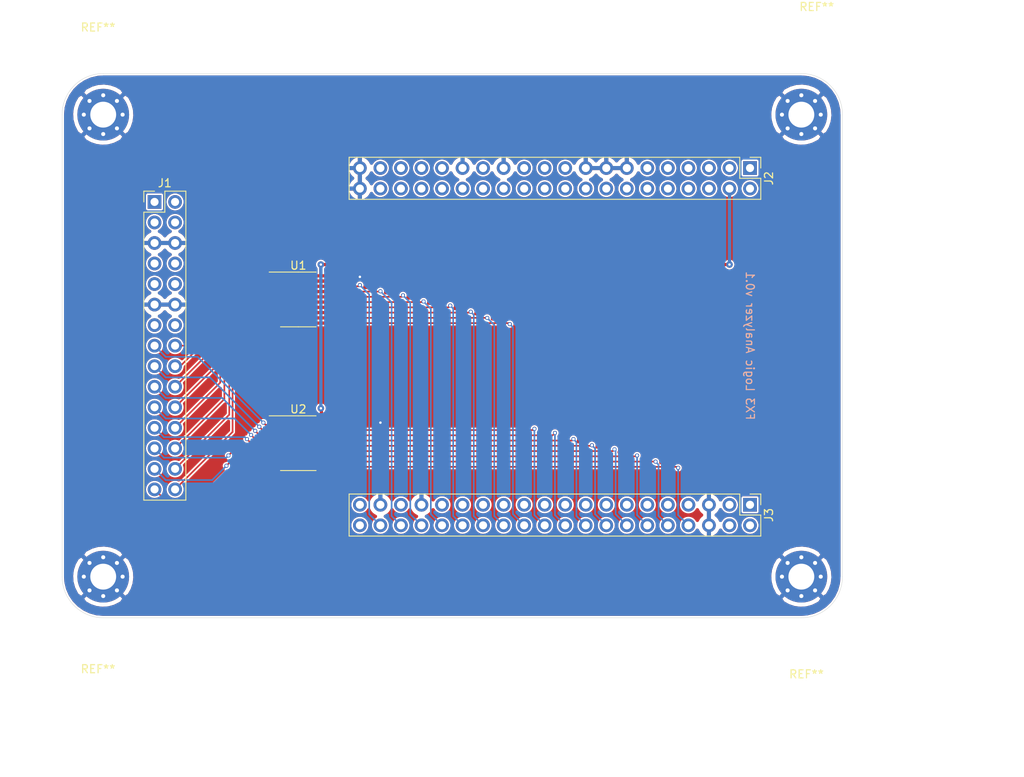
<source format=kicad_pcb>
(kicad_pcb (version 20171130) (host pcbnew 5.1.9)
  (layers (0 F.Cu signal) (31 B.Cu signal) (34 B.Paste user) (35 F.Paste user) (36 B.SilkS user) (37 F.SilkS user) (38 B.Mask user) (39 F.Mask user) (44 Edge.Cuts user))
  (net 0 "")
  (net 1 GND)
  (net 2 /D8)
  (net 3 /D0)
  (net 4 /D9)
  (net 5 /D1)
  (net 6 /D10)
  (net 7 /D2)
  (net 8 /D11)
  (net 9 /D3)
  (net 10 /D12)
  (net 11 /D4)
  (net 12 /D13)
  (net 13 /D5)
  (net 14 /D14)
  (net 15 /D6)
  (net 16 /D15)
  (net 17 /D7)
  (net 18 VCC)
  (net 19 /FX3_D0)
  (net 20 /FX3_D1)
  (net 21 /FX3_D2)
  (net 22 /FX3_D3)
  (net 23 /FX3_D4)
  (net 24 /FX3_D5)
  (net 25 /FX3_D6)
  (net 26 /FX3_D7)
  (net 27 /FX3_D8)
  (net 28 /FX3_D9)
  (net 29 /FX3_D10)
  (net 30 /FX3_D11)
  (net 31 /FX3_D12)
  (net 32 /FX3_D13)
  (net 33 /FX3_D14)
  (net 34 /FX3_D15)
  (module MountingHole:MountingHole_3.2mm_M3_Pad_Via (layer F.Cu) (at 166.37 101.6)
    (fp_text reference REF** (at 0.635 12.065) (layer F.SilkS))
    (fp_text value MountingHole_3.2mm_M3_Pad_Via)
    (pad 1 thru_hole circle (at 0 0) (size 6.4 6.4) (drill 3.200001) (layers *.Cu *.Mask) (net 1 GND))
    (pad 1 thru_hole circle (at 2.4 0) (size 0.8 0.8) (drill 0.5) (layers *.Cu *.Mask))
    (pad 1 thru_hole circle (at 1.697056 1.697056) (size 0.8 0.8) (drill 0.5) (layers *.Cu *.Mask))
    (pad 1 thru_hole circle (at 0 2.4) (size 0.8 0.8) (drill 0.5) (layers *.Cu *.Mask))
    (pad 1 thru_hole circle (at -1.697056 1.697056) (size 0.8 0.8) (drill 0.5) (layers *.Cu *.Mask))
    (pad 1 thru_hole circle (at -2.4 0) (size 0.8 0.8) (drill 0.5) (layers *.Cu *.Mask))
    (pad 1 thru_hole circle (at -1.697056 -1.697056) (size 0.8 0.8) (drill 0.5) (layers *.Cu *.Mask))
    (pad 1 thru_hole circle (at 0 -2.4) (size 0.8 0.8) (drill 0.5) (layers *.Cu *.Mask))
    (pad 1 thru_hole circle (at 1.697056 -1.697056) (size 0.8 0.8) (drill 0.5) (layers *.Cu *.Mask))
  )
  (module MountingHole:MountingHole_3.2mm_M3_Pad_Via (layer F.Cu) (at 80.01 101.6)
    (fp_text reference REF** (at -0.635 11.43) (layer F.SilkS))
    (fp_text value MountingHole_3.2mm_M3_Pad_Via)
    (pad 1 thru_hole circle (at 0 0) (size 6.4 6.4) (drill 3.200001) (layers *.Cu *.Mask) (net 1 GND))
    (pad 1 thru_hole circle (at 2.4 0) (size 0.8 0.8) (drill 0.5) (layers *.Cu *.Mask))
    (pad 1 thru_hole circle (at 1.697056 1.697056) (size 0.8 0.8) (drill 0.5) (layers *.Cu *.Mask))
    (pad 1 thru_hole circle (at 0 2.4) (size 0.8 0.8) (drill 0.5) (layers *.Cu *.Mask))
    (pad 1 thru_hole circle (at -1.697056 1.697056) (size 0.8 0.8) (drill 0.5) (layers *.Cu *.Mask))
    (pad 1 thru_hole circle (at -2.4 0) (size 0.8 0.8) (drill 0.5) (layers *.Cu *.Mask))
    (pad 1 thru_hole circle (at -1.697056 -1.697056) (size 0.8 0.8) (drill 0.5) (layers *.Cu *.Mask))
    (pad 1 thru_hole circle (at 0 -2.4) (size 0.8 0.8) (drill 0.5) (layers *.Cu *.Mask))
    (pad 1 thru_hole circle (at 1.697056 -1.697056) (size 0.8 0.8) (drill 0.5) (layers *.Cu *.Mask))
  )
  (module MountingHole:MountingHole_3.2mm_M3_Pad_Via (layer F.Cu) (at 80.01 44.45)
    (fp_text reference REF** (at -0.635 -10.795) (layer F.SilkS))
    (fp_text value MountingHole_3.2mm_M3_Pad_Via)
    (pad 1 thru_hole circle (at 1.697056 -1.697056) (size 0.8 0.8) (drill 0.5) (layers *.Cu *.Mask))
    (pad 1 thru_hole circle (at 0 -2.4) (size 0.8 0.8) (drill 0.5) (layers *.Cu *.Mask))
    (pad 1 thru_hole circle (at -1.697056 -1.697056) (size 0.8 0.8) (drill 0.5) (layers *.Cu *.Mask))
    (pad 1 thru_hole circle (at -2.4 0) (size 0.8 0.8) (drill 0.5) (layers *.Cu *.Mask))
    (pad 1 thru_hole circle (at -1.697056 1.697056) (size 0.8 0.8) (drill 0.5) (layers *.Cu *.Mask))
    (pad 1 thru_hole circle (at 0 2.4) (size 0.8 0.8) (drill 0.5) (layers *.Cu *.Mask))
    (pad 1 thru_hole circle (at 1.697056 1.697056) (size 0.8 0.8) (drill 0.5) (layers *.Cu *.Mask))
    (pad 1 thru_hole circle (at 2.4 0) (size 0.8 0.8) (drill 0.5) (layers *.Cu *.Mask))
    (pad 1 thru_hole circle (at 0 0) (size 6.4 6.4) (drill 3.200001) (layers *.Cu *.Mask) (net 1 GND))
  )
  (module MountingHole:MountingHole_3.2mm_M3_Pad_Via (layer F.Cu) (at 166.37 44.45)
    (fp_text reference REF** (at 1.905 -13.335) (layer F.SilkS))
    (fp_text value MountingHole_3.2mm_M3_Pad_Via)
    (pad 1 thru_hole circle (at 0 0) (size 6.4 6.4) (drill 3.200001) (layers *.Cu *.Mask) (net 1 GND))
    (pad 1 thru_hole circle (at 2.4 0) (size 0.8 0.8) (drill 0.5) (layers *.Cu *.Mask))
    (pad 1 thru_hole circle (at 1.697056 1.697056) (size 0.8 0.8) (drill 0.5) (layers *.Cu *.Mask))
    (pad 1 thru_hole circle (at 0 2.4) (size 0.8 0.8) (drill 0.5) (layers *.Cu *.Mask))
    (pad 1 thru_hole circle (at -1.697056 1.697056) (size 0.8 0.8) (drill 0.5) (layers *.Cu *.Mask))
    (pad 1 thru_hole circle (at -2.4 0) (size 0.8 0.8) (drill 0.5) (layers *.Cu *.Mask))
    (pad 1 thru_hole circle (at -1.697056 -1.697056) (size 0.8 0.8) (drill 0.5) (layers *.Cu *.Mask))
    (pad 1 thru_hole circle (at 0 -2.4) (size 0.8 0.8) (drill 0.5) (layers *.Cu *.Mask))
    (pad 1 thru_hole circle (at 1.697056 -1.697056) (size 0.8 0.8) (drill 0.5) (layers *.Cu *.Mask))
  )
  (module Connector_PinHeader_2.54mm:PinHeader_2x15_P2.54mm_Vertical (layer F.Cu) (at 86.36 55.245)
    (fp_text reference J1 (at 1.27 -2.33) (layer F.SilkS))
    (fp_text value Conn_02x15_Odd_Even)
    (fp_line (start -1.33 36.89) (end 3.87 36.89) (layer F.SilkS) (width 0.12))
    (fp_line (start -1.33 1.27) (end -1.33 36.89) (layer F.SilkS) (width 0.12))
    (fp_line (start 3.87 -1.33) (end 3.87 36.89) (layer F.SilkS) (width 0.12))
    (fp_line (start -1.33 1.27) (end 1.27 1.27) (layer F.SilkS) (width 0.12))
    (fp_line (start 1.27 1.27) (end 1.27 -1.33) (layer F.SilkS) (width 0.12))
    (fp_line (start 1.27 -1.33) (end 3.87 -1.33) (layer F.SilkS) (width 0.12))
    (fp_line (start -1.33 0) (end -1.33 -1.33) (layer F.SilkS) (width 0.12))
    (fp_line (start -1.33 -1.33) (end 0 -1.33) (layer F.SilkS) (width 0.12))
    (pad 1 thru_hole rect (at 0 0) (size 1.7 1.7) (drill 1) (layers *.Cu *.Mask))
    (pad 2 thru_hole oval (at 2.54 0) (size 1.7 1.7) (drill 1) (layers *.Cu *.Mask))
    (pad 3 thru_hole oval (at 0 2.54) (size 1.7 1.7) (drill 1) (layers *.Cu *.Mask))
    (pad 4 thru_hole oval (at 2.54 2.54) (size 1.7 1.7) (drill 1) (layers *.Cu *.Mask))
    (pad 5 thru_hole oval (at 0 5.08) (size 1.7 1.7) (drill 1) (layers *.Cu *.Mask) (net 1 GND))
    (pad 6 thru_hole oval (at 2.54 5.08) (size 1.7 1.7) (drill 1) (layers *.Cu *.Mask) (net 1 GND))
    (pad 7 thru_hole oval (at 0 7.62) (size 1.7 1.7) (drill 1) (layers *.Cu *.Mask))
    (pad 8 thru_hole oval (at 2.54 7.62) (size 1.7 1.7) (drill 1) (layers *.Cu *.Mask))
    (pad 9 thru_hole oval (at 0 10.16) (size 1.7 1.7) (drill 1) (layers *.Cu *.Mask))
    (pad 10 thru_hole oval (at 2.54 10.16) (size 1.7 1.7) (drill 1) (layers *.Cu *.Mask))
    (pad 11 thru_hole oval (at 0 12.7) (size 1.7 1.7) (drill 1) (layers *.Cu *.Mask) (net 1 GND))
    (pad 12 thru_hole oval (at 2.54 12.7) (size 1.7 1.7) (drill 1) (layers *.Cu *.Mask) (net 1 GND))
    (pad 13 thru_hole oval (at 0 15.24) (size 1.7 1.7) (drill 1) (layers *.Cu *.Mask))
    (pad 14 thru_hole oval (at 2.54 15.24) (size 1.7 1.7) (drill 1) (layers *.Cu *.Mask))
    (pad 15 thru_hole oval (at 0 17.78) (size 1.7 1.7) (drill 1) (layers *.Cu *.Mask) (net 2 /D8))
    (pad 16 thru_hole oval (at 2.54 17.78) (size 1.7 1.7) (drill 1) (layers *.Cu *.Mask) (net 3 /D0))
    (pad 17 thru_hole oval (at 0 20.32) (size 1.7 1.7) (drill 1) (layers *.Cu *.Mask) (net 4 /D9))
    (pad 18 thru_hole oval (at 2.54 20.32) (size 1.7 1.7) (drill 1) (layers *.Cu *.Mask) (net 5 /D1))
    (pad 19 thru_hole oval (at 0 22.86) (size 1.7 1.7) (drill 1) (layers *.Cu *.Mask) (net 6 /D10))
    (pad 20 thru_hole oval (at 2.54 22.86) (size 1.7 1.7) (drill 1) (layers *.Cu *.Mask) (net 7 /D2))
    (pad 21 thru_hole oval (at 0 25.4) (size 1.7 1.7) (drill 1) (layers *.Cu *.Mask) (net 8 /D11))
    (pad 22 thru_hole oval (at 2.54 25.4) (size 1.7 1.7) (drill 1) (layers *.Cu *.Mask) (net 9 /D3))
    (pad 23 thru_hole oval (at 0 27.94) (size 1.7 1.7) (drill 1) (layers *.Cu *.Mask) (net 10 /D12))
    (pad 24 thru_hole oval (at 2.54 27.94) (size 1.7 1.7) (drill 1) (layers *.Cu *.Mask) (net 11 /D4))
    (pad 25 thru_hole oval (at 0 30.48) (size 1.7 1.7) (drill 1) (layers *.Cu *.Mask) (net 12 /D13))
    (pad 26 thru_hole oval (at 2.54 30.48) (size 1.7 1.7) (drill 1) (layers *.Cu *.Mask) (net 13 /D5))
    (pad 27 thru_hole oval (at 0 33.02) (size 1.7 1.7) (drill 1) (layers *.Cu *.Mask) (net 14 /D14))
    (pad 28 thru_hole oval (at 2.54 33.02) (size 1.7 1.7) (drill 1) (layers *.Cu *.Mask) (net 15 /D6))
    (pad 29 thru_hole oval (at 0 35.56) (size 1.7 1.7) (drill 1) (layers *.Cu *.Mask) (net 16 /D15))
    (pad 30 thru_hole oval (at 2.54 35.56) (size 1.7 1.7) (drill 1) (layers *.Cu *.Mask) (net 17 /D7))
  )
  (module Connector_PinHeader_2.54mm:PinHeader_2x20_P2.54mm_Vertical (layer F.Cu) (at 160.02 51.054 270)
    (fp_text reference J2 (at 1.27 -2.33 90) (layer F.SilkS))
    (fp_text value Conn_02x20_Odd_Even)
    (fp_line (start -1.33 49.59) (end 3.87 49.59) (layer F.SilkS) (width 0.12))
    (fp_line (start -1.33 1.27) (end -1.33 49.59) (layer F.SilkS) (width 0.12))
    (fp_line (start 3.87 -1.33) (end 3.87 49.59) (layer F.SilkS) (width 0.12))
    (fp_line (start -1.33 1.27) (end 1.27 1.27) (layer F.SilkS) (width 0.12))
    (fp_line (start 1.27 1.27) (end 1.27 -1.33) (layer F.SilkS) (width 0.12))
    (fp_line (start 1.27 -1.33) (end 3.87 -1.33) (layer F.SilkS) (width 0.12))
    (fp_line (start -1.33 0) (end -1.33 -1.33) (layer F.SilkS) (width 0.12))
    (fp_line (start -1.33 -1.33) (end 0 -1.33) (layer F.SilkS) (width 0.12))
    (pad 1 thru_hole rect (at 0 0 270) (size 1.7 1.7) (drill 1) (layers *.Cu *.Mask))
    (pad 2 thru_hole oval (at 2.54 0 270) (size 1.7 1.7) (drill 1) (layers *.Cu *.Mask))
    (pad 3 thru_hole oval (at 0 2.54 270) (size 1.7 1.7) (drill 1) (layers *.Cu *.Mask))
    (pad 4 thru_hole oval (at 2.54 2.54 270) (size 1.7 1.7) (drill 1) (layers *.Cu *.Mask) (net 18 VCC))
    (pad 5 thru_hole oval (at 0 5.08 270) (size 1.7 1.7) (drill 1) (layers *.Cu *.Mask))
    (pad 6 thru_hole oval (at 2.54 5.08 270) (size 1.7 1.7) (drill 1) (layers *.Cu *.Mask))
    (pad 7 thru_hole oval (at 0 7.62 270) (size 1.7 1.7) (drill 1) (layers *.Cu *.Mask))
    (pad 8 thru_hole oval (at 2.54 7.62 270) (size 1.7 1.7) (drill 1) (layers *.Cu *.Mask))
    (pad 9 thru_hole oval (at 0 10.16 270) (size 1.7 1.7) (drill 1) (layers *.Cu *.Mask))
    (pad 10 thru_hole oval (at 2.54 10.16 270) (size 1.7 1.7) (drill 1) (layers *.Cu *.Mask))
    (pad 11 thru_hole oval (at 0 12.7 270) (size 1.7 1.7) (drill 1) (layers *.Cu *.Mask))
    (pad 12 thru_hole oval (at 2.54 12.7 270) (size 1.7 1.7) (drill 1) (layers *.Cu *.Mask))
    (pad 13 thru_hole oval (at 0 15.24 270) (size 1.7 1.7) (drill 1) (layers *.Cu *.Mask) (net 1 GND))
    (pad 14 thru_hole oval (at 2.54 15.24 270) (size 1.7 1.7) (drill 1) (layers *.Cu *.Mask))
    (pad 15 thru_hole oval (at 0 17.78 270) (size 1.7 1.7) (drill 1) (layers *.Cu *.Mask) (net 1 GND))
    (pad 16 thru_hole oval (at 2.54 17.78 270) (size 1.7 1.7) (drill 1) (layers *.Cu *.Mask))
    (pad 17 thru_hole oval (at 0 20.32 270) (size 1.7 1.7) (drill 1) (layers *.Cu *.Mask) (net 1 GND))
    (pad 18 thru_hole oval (at 2.54 20.32 270) (size 1.7 1.7) (drill 1) (layers *.Cu *.Mask))
    (pad 19 thru_hole oval (at 0 22.86 270) (size 1.7 1.7) (drill 1) (layers *.Cu *.Mask))
    (pad 20 thru_hole oval (at 2.54 22.86 270) (size 1.7 1.7) (drill 1) (layers *.Cu *.Mask))
    (pad 21 thru_hole oval (at 0 25.4 270) (size 1.7 1.7) (drill 1) (layers *.Cu *.Mask))
    (pad 22 thru_hole oval (at 2.54 25.4 270) (size 1.7 1.7) (drill 1) (layers *.Cu *.Mask))
    (pad 23 thru_hole oval (at 0 27.94 270) (size 1.7 1.7) (drill 1) (layers *.Cu *.Mask))
    (pad 24 thru_hole oval (at 2.54 27.94 270) (size 1.7 1.7) (drill 1) (layers *.Cu *.Mask))
    (pad 25 thru_hole oval (at 0 30.48 270) (size 1.7 1.7) (drill 1) (layers *.Cu *.Mask) (net 1 GND))
    (pad 26 thru_hole oval (at 2.54 30.48 270) (size 1.7 1.7) (drill 1) (layers *.Cu *.Mask))
    (pad 27 thru_hole oval (at 0 33.02 270) (size 1.7 1.7) (drill 1) (layers *.Cu *.Mask))
    (pad 28 thru_hole oval (at 2.54 33.02 270) (size 1.7 1.7) (drill 1) (layers *.Cu *.Mask))
    (pad 29 thru_hole oval (at 0 35.56 270) (size 1.7 1.7) (drill 1) (layers *.Cu *.Mask) (net 1 GND))
    (pad 30 thru_hole oval (at 2.54 35.56 270) (size 1.7 1.7) (drill 1) (layers *.Cu *.Mask))
    (pad 31 thru_hole oval (at 0 38.1 270) (size 1.7 1.7) (drill 1) (layers *.Cu *.Mask))
    (pad 32 thru_hole oval (at 2.54 38.1 270) (size 1.7 1.7) (drill 1) (layers *.Cu *.Mask))
    (pad 33 thru_hole oval (at 0 40.64 270) (size 1.7 1.7) (drill 1) (layers *.Cu *.Mask))
    (pad 34 thru_hole oval (at 2.54 40.64 270) (size 1.7 1.7) (drill 1) (layers *.Cu *.Mask))
    (pad 35 thru_hole oval (at 0 43.18 270) (size 1.7 1.7) (drill 1) (layers *.Cu *.Mask))
    (pad 36 thru_hole oval (at 2.54 43.18 270) (size 1.7 1.7) (drill 1) (layers *.Cu *.Mask))
    (pad 37 thru_hole oval (at 0 45.72 270) (size 1.7 1.7) (drill 1) (layers *.Cu *.Mask))
    (pad 38 thru_hole oval (at 2.54 45.72 270) (size 1.7 1.7) (drill 1) (layers *.Cu *.Mask))
    (pad 39 thru_hole oval (at 0 48.26 270) (size 1.7 1.7) (drill 1) (layers *.Cu *.Mask) (net 1 GND))
    (pad 40 thru_hole oval (at 2.54 48.26 270) (size 1.7 1.7) (drill 1) (layers *.Cu *.Mask) (net 1 GND))
  )
  (module Connector_PinHeader_2.54mm:PinHeader_2x20_P2.54mm_Vertical (layer F.Cu) (at 160.02 92.71 270)
    (fp_text reference J3 (at 1.27 -2.33 90) (layer F.SilkS))
    (fp_text value Conn_02x20_Odd_Even)
    (fp_line (start -1.33 -1.33) (end 0 -1.33) (layer F.SilkS) (width 0.12))
    (fp_line (start -1.33 0) (end -1.33 -1.33) (layer F.SilkS) (width 0.12))
    (fp_line (start 1.27 -1.33) (end 3.87 -1.33) (layer F.SilkS) (width 0.12))
    (fp_line (start 1.27 1.27) (end 1.27 -1.33) (layer F.SilkS) (width 0.12))
    (fp_line (start -1.33 1.27) (end 1.27 1.27) (layer F.SilkS) (width 0.12))
    (fp_line (start 3.87 -1.33) (end 3.87 49.59) (layer F.SilkS) (width 0.12))
    (fp_line (start -1.33 1.27) (end -1.33 49.59) (layer F.SilkS) (width 0.12))
    (fp_line (start -1.33 49.59) (end 3.87 49.59) (layer F.SilkS) (width 0.12))
    (pad 40 thru_hole oval (at 2.54 48.26 270) (size 1.7 1.7) (drill 1) (layers *.Cu *.Mask))
    (pad 39 thru_hole oval (at 0 48.26 270) (size 1.7 1.7) (drill 1) (layers *.Cu *.Mask))
    (pad 38 thru_hole oval (at 2.54 45.72 270) (size 1.7 1.7) (drill 1) (layers *.Cu *.Mask) (net 19 /FX3_D0))
    (pad 37 thru_hole oval (at 0 45.72 270) (size 1.7 1.7) (drill 1) (layers *.Cu *.Mask) (net 1 GND))
    (pad 36 thru_hole oval (at 2.54 43.18 270) (size 1.7 1.7) (drill 1) (layers *.Cu *.Mask) (net 20 /FX3_D1))
    (pad 35 thru_hole oval (at 0 43.18 270) (size 1.7 1.7) (drill 1) (layers *.Cu *.Mask))
    (pad 34 thru_hole oval (at 2.54 40.64 270) (size 1.7 1.7) (drill 1) (layers *.Cu *.Mask) (net 21 /FX3_D2))
    (pad 33 thru_hole oval (at 0 40.64 270) (size 1.7 1.7) (drill 1) (layers *.Cu *.Mask) (net 1 GND))
    (pad 32 thru_hole oval (at 2.54 38.1 270) (size 1.7 1.7) (drill 1) (layers *.Cu *.Mask) (net 22 /FX3_D3))
    (pad 31 thru_hole oval (at 0 38.1 270) (size 1.7 1.7) (drill 1) (layers *.Cu *.Mask))
    (pad 30 thru_hole oval (at 2.54 35.56 270) (size 1.7 1.7) (drill 1) (layers *.Cu *.Mask) (net 23 /FX3_D4))
    (pad 29 thru_hole oval (at 0 35.56 270) (size 1.7 1.7) (drill 1) (layers *.Cu *.Mask))
    (pad 28 thru_hole oval (at 2.54 33.02 270) (size 1.7 1.7) (drill 1) (layers *.Cu *.Mask) (net 24 /FX3_D5))
    (pad 27 thru_hole oval (at 0 33.02 270) (size 1.7 1.7) (drill 1) (layers *.Cu *.Mask))
    (pad 26 thru_hole oval (at 2.54 30.48 270) (size 1.7 1.7) (drill 1) (layers *.Cu *.Mask) (net 25 /FX3_D6))
    (pad 25 thru_hole oval (at 0 30.48 270) (size 1.7 1.7) (drill 1) (layers *.Cu *.Mask))
    (pad 24 thru_hole oval (at 2.54 27.94 270) (size 1.7 1.7) (drill 1) (layers *.Cu *.Mask) (net 26 /FX3_D7))
    (pad 23 thru_hole oval (at 0 27.94 270) (size 1.7 1.7) (drill 1) (layers *.Cu *.Mask))
    (pad 22 thru_hole oval (at 2.54 25.4 270) (size 1.7 1.7) (drill 1) (layers *.Cu *.Mask) (net 27 /FX3_D8))
    (pad 21 thru_hole oval (at 0 25.4 270) (size 1.7 1.7) (drill 1) (layers *.Cu *.Mask))
    (pad 20 thru_hole oval (at 2.54 22.86 270) (size 1.7 1.7) (drill 1) (layers *.Cu *.Mask) (net 28 /FX3_D9))
    (pad 19 thru_hole oval (at 0 22.86 270) (size 1.7 1.7) (drill 1) (layers *.Cu *.Mask))
    (pad 18 thru_hole oval (at 2.54 20.32 270) (size 1.7 1.7) (drill 1) (layers *.Cu *.Mask) (net 29 /FX3_D10))
    (pad 17 thru_hole oval (at 0 20.32 270) (size 1.7 1.7) (drill 1) (layers *.Cu *.Mask))
    (pad 16 thru_hole oval (at 2.54 17.78 270) (size 1.7 1.7) (drill 1) (layers *.Cu *.Mask) (net 30 /FX3_D11))
    (pad 15 thru_hole oval (at 0 17.78 270) (size 1.7 1.7) (drill 1) (layers *.Cu *.Mask))
    (pad 14 thru_hole oval (at 2.54 15.24 270) (size 1.7 1.7) (drill 1) (layers *.Cu *.Mask) (net 31 /FX3_D12))
    (pad 13 thru_hole oval (at 0 15.24 270) (size 1.7 1.7) (drill 1) (layers *.Cu *.Mask))
    (pad 12 thru_hole oval (at 2.54 12.7 270) (size 1.7 1.7) (drill 1) (layers *.Cu *.Mask) (net 32 /FX3_D13))
    (pad 11 thru_hole oval (at 0 12.7 270) (size 1.7 1.7) (drill 1) (layers *.Cu *.Mask))
    (pad 10 thru_hole oval (at 2.54 10.16 270) (size 1.7 1.7) (drill 1) (layers *.Cu *.Mask) (net 33 /FX3_D14))
    (pad 9 thru_hole oval (at 0 10.16 270) (size 1.7 1.7) (drill 1) (layers *.Cu *.Mask))
    (pad 8 thru_hole oval (at 2.54 7.62 270) (size 1.7 1.7) (drill 1) (layers *.Cu *.Mask) (net 34 /FX3_D15))
    (pad 7 thru_hole oval (at 0 7.62 270) (size 1.7 1.7) (drill 1) (layers *.Cu *.Mask))
    (pad 6 thru_hole oval (at 2.54 5.08 270) (size 1.7 1.7) (drill 1) (layers *.Cu *.Mask) (net 1 GND))
    (pad 5 thru_hole oval (at 0 5.08 270) (size 1.7 1.7) (drill 1) (layers *.Cu *.Mask) (net 1 GND))
    (pad 4 thru_hole oval (at 2.54 2.54 270) (size 1.7 1.7) (drill 1) (layers *.Cu *.Mask))
    (pad 3 thru_hole oval (at 0 2.54 270) (size 1.7 1.7) (drill 1) (layers *.Cu *.Mask))
    (pad 2 thru_hole oval (at 2.54 0 270) (size 1.7 1.7) (drill 1) (layers *.Cu *.Mask))
    (pad 1 thru_hole rect (at 0 0 270) (size 1.7 1.7) (drill 1) (layers *.Cu *.Mask))
  )
  (module Package_SO:TSSOP-20_4.4x6.5mm_P0.65mm (layer F.Cu) (at 104.14 67.31)
    (fp_text reference U1 (at 0 -4.2) (layer F.SilkS))
    (fp_text value 74LVC541APW)
    (fp_line (start 0 3.385) (end 2.2 3.385) (layer F.SilkS) (width 0.12))
    (fp_line (start 0 3.385) (end -2.2 3.385) (layer F.SilkS) (width 0.12))
    (fp_line (start 0 -3.385) (end 2.2 -3.385) (layer F.SilkS) (width 0.12))
    (fp_line (start 0 -3.385) (end -3.6 -3.385) (layer F.SilkS) (width 0.12))
    (pad 1 smd roundrect (at -2.8625 -2.925) (size 1.475 0.4) (layers F.Cu F.Paste F.Mask) (net 1 GND))
    (pad 2 smd roundrect (at -2.8625 -2.275) (size 1.475 0.4) (layers F.Cu F.Paste F.Mask) (net 3 /D0))
    (pad 3 smd roundrect (at -2.8625 -1.625) (size 1.475 0.4) (layers F.Cu F.Paste F.Mask) (net 5 /D1))
    (pad 4 smd roundrect (at -2.8625 -0.975) (size 1.475 0.4) (layers F.Cu F.Paste F.Mask) (net 7 /D2))
    (pad 5 smd roundrect (at -2.8625 -0.325) (size 1.475 0.4) (layers F.Cu F.Paste F.Mask) (net 9 /D3))
    (pad 6 smd roundrect (at -2.8625 0.325) (size 1.475 0.4) (layers F.Cu F.Paste F.Mask) (net 11 /D4))
    (pad 7 smd roundrect (at -2.8625 0.975) (size 1.475 0.4) (layers F.Cu F.Paste F.Mask) (net 13 /D5))
    (pad 8 smd roundrect (at -2.8625 1.625) (size 1.475 0.4) (layers F.Cu F.Paste F.Mask) (net 15 /D6))
    (pad 9 smd roundrect (at -2.8625 2.275) (size 1.475 0.4) (layers F.Cu F.Paste F.Mask) (net 17 /D7))
    (pad 10 smd roundrect (at -2.8625 2.925) (size 1.475 0.4) (layers F.Cu F.Paste F.Mask) (net 1 GND))
    (pad 11 smd roundrect (at 2.8625 2.925) (size 1.475 0.4) (layers F.Cu F.Paste F.Mask) (net 26 /FX3_D7))
    (pad 12 smd roundrect (at 2.8625 2.275) (size 1.475 0.4) (layers F.Cu F.Paste F.Mask) (net 25 /FX3_D6))
    (pad 13 smd roundrect (at 2.8625 1.625) (size 1.475 0.4) (layers F.Cu F.Paste F.Mask) (net 24 /FX3_D5))
    (pad 14 smd roundrect (at 2.8625 0.975) (size 1.475 0.4) (layers F.Cu F.Paste F.Mask) (net 23 /FX3_D4))
    (pad 15 smd roundrect (at 2.8625 0.325) (size 1.475 0.4) (layers F.Cu F.Paste F.Mask) (net 22 /FX3_D3))
    (pad 16 smd roundrect (at 2.8625 -0.325) (size 1.475 0.4) (layers F.Cu F.Paste F.Mask) (net 21 /FX3_D2))
    (pad 17 smd roundrect (at 2.8625 -0.975) (size 1.475 0.4) (layers F.Cu F.Paste F.Mask) (net 20 /FX3_D1))
    (pad 18 smd roundrect (at 2.8625 -1.625) (size 1.475 0.4) (layers F.Cu F.Paste F.Mask) (net 19 /FX3_D0))
    (pad 19 smd roundrect (at 2.8625 -2.275) (size 1.475 0.4) (layers F.Cu F.Paste F.Mask) (net 1 GND))
    (pad 20 smd roundrect (at 2.8625 -2.925) (size 1.475 0.4) (layers F.Cu F.Paste F.Mask) (net 18 VCC))
  )
  (module Package_SO:TSSOP-20_4.4x6.5mm_P0.65mm (layer F.Cu) (at 104.14 85.09)
    (fp_text reference U2 (at 0 -4.2) (layer F.SilkS))
    (fp_text value 74LVC541APW)
    (fp_line (start 0 3.385) (end 2.2 3.385) (layer F.SilkS) (width 0.12))
    (fp_line (start 0 3.385) (end -2.2 3.385) (layer F.SilkS) (width 0.12))
    (fp_line (start 0 -3.385) (end 2.2 -3.385) (layer F.SilkS) (width 0.12))
    (fp_line (start 0 -3.385) (end -3.6 -3.385) (layer F.SilkS) (width 0.12))
    (pad 1 smd roundrect (at -2.8625 -2.925) (size 1.475 0.4) (layers F.Cu F.Paste F.Mask) (net 1 GND))
    (pad 2 smd roundrect (at -2.8625 -2.275) (size 1.475 0.4) (layers F.Cu F.Paste F.Mask) (net 2 /D8))
    (pad 3 smd roundrect (at -2.8625 -1.625) (size 1.475 0.4) (layers F.Cu F.Paste F.Mask) (net 4 /D9))
    (pad 4 smd roundrect (at -2.8625 -0.975) (size 1.475 0.4) (layers F.Cu F.Paste F.Mask) (net 6 /D10))
    (pad 5 smd roundrect (at -2.8625 -0.325) (size 1.475 0.4) (layers F.Cu F.Paste F.Mask) (net 8 /D11))
    (pad 6 smd roundrect (at -2.8625 0.325) (size 1.475 0.4) (layers F.Cu F.Paste F.Mask) (net 10 /D12))
    (pad 7 smd roundrect (at -2.8625 0.975) (size 1.475 0.4) (layers F.Cu F.Paste F.Mask) (net 12 /D13))
    (pad 8 smd roundrect (at -2.8625 1.625) (size 1.475 0.4) (layers F.Cu F.Paste F.Mask) (net 14 /D14))
    (pad 9 smd roundrect (at -2.8625 2.275) (size 1.475 0.4) (layers F.Cu F.Paste F.Mask) (net 16 /D15))
    (pad 10 smd roundrect (at -2.8625 2.925) (size 1.475 0.4) (layers F.Cu F.Paste F.Mask) (net 1 GND))
    (pad 11 smd roundrect (at 2.8625 2.925) (size 1.475 0.4) (layers F.Cu F.Paste F.Mask) (net 34 /FX3_D15))
    (pad 12 smd roundrect (at 2.8625 2.275) (size 1.475 0.4) (layers F.Cu F.Paste F.Mask) (net 33 /FX3_D14))
    (pad 13 smd roundrect (at 2.8625 1.625) (size 1.475 0.4) (layers F.Cu F.Paste F.Mask) (net 32 /FX3_D13))
    (pad 14 smd roundrect (at 2.8625 0.975) (size 1.475 0.4) (layers F.Cu F.Paste F.Mask) (net 31 /FX3_D12))
    (pad 15 smd roundrect (at 2.8625 0.325) (size 1.475 0.4) (layers F.Cu F.Paste F.Mask) (net 30 /FX3_D11))
    (pad 16 smd roundrect (at 2.8625 -0.325) (size 1.475 0.4) (layers F.Cu F.Paste F.Mask) (net 29 /FX3_D10))
    (pad 17 smd roundrect (at 2.8625 -0.975) (size 1.475 0.4) (layers F.Cu F.Paste F.Mask) (net 28 /FX3_D9))
    (pad 18 smd roundrect (at 2.8625 -1.625) (size 1.475 0.4) (layers F.Cu F.Paste F.Mask) (net 27 /FX3_D8))
    (pad 19 smd roundrect (at 2.8625 -2.275) (size 1.475 0.4) (layers F.Cu F.Paste F.Mask) (net 1 GND))
    (pad 20 smd roundrect (at 2.8625 -2.925) (size 1.475 0.4) (layers F.Cu F.Paste F.Mask) (net 18 VCC))
  )
  (gr_text "FX3 Logic Analyzer v0.1" (at 160.02 73.025 -90) (layer B.SilkS) (effects (font (size 1 1)) (justify mirror)))
  (gr_arc (start 80.01 44.45) (end 80.01 39.37) (angle -90) (layer Edge.Cuts) (width 0.05))
  (gr_arc (start 166.37 44.45) (end 171.45 44.45) (angle -90) (layer Edge.Cuts) (width 0.05))
  (gr_arc (start 166.37 101.6) (end 166.37 106.68) (angle -90) (layer Edge.Cuts) (width 0.05))
  (gr_arc (start 80.01 101.6) (end 74.93 101.6) (angle -90) (layer Edge.Cuts) (width 0.05))
  (gr_line (start 74.93 101.6) (end 74.93 44.45) (layer Edge.Cuts) (width 0.05))
  (gr_line (start 166.37 106.68) (end 80.01 106.68) (layer Edge.Cuts) (width 0.05))
  (gr_line (start 171.45 44.45) (end 171.45 101.6) (layer Edge.Cuts) (width 0.05))
  (gr_line (start 80.01 39.37) (end 166.37 39.37) (layer Edge.Cuts) (width 0.05))
  (segment (start 102.081174 82.165) (end 102.616 82.699826) (width 0.4064) (layer F.Cu) (net 1))
  (segment (start 101.2775 82.165) (end 102.081174 82.165) (width 0.4064) (layer F.Cu) (net 1))
  (segment (start 102.081174 88.015) (end 101.2775 88.015) (width 0.4064) (layer F.Cu) (net 1))
  (segment (start 102.616 87.480174) (end 102.081174 88.015) (width 0.4064) (layer F.Cu) (net 1))
  (segment (start 102.616 82.699826) (end 102.616 87.480174) (width 0.4064) (layer F.Cu) (net 1))
  (segment (start 102.731174 82.815) (end 102.616 82.699826) (width 0.4064) (layer F.Cu) (net 1))
  (segment (start 102.081174 64.385) (end 102.616 64.919826) (width 0.4064) (layer F.Cu) (net 1))
  (segment (start 101.2775 64.385) (end 102.081174 64.385) (width 0.4064) (layer F.Cu) (net 1))
  (segment (start 102.081174 70.235) (end 101.2775 70.235) (width 0.4064) (layer F.Cu) (net 1))
  (segment (start 102.616 69.700174) (end 102.081174 70.235) (width 0.4064) (layer F.Cu) (net 1))
  (segment (start 102.616 64.919826) (end 102.616 69.700174) (width 0.4064) (layer F.Cu) (net 1))
  (segment (start 102.731174 65.035) (end 102.616 64.919826) (width 0.4064) (layer F.Cu) (net 1))
  (segment (start 107.0025 65.035) (end 102.731174 65.035) (width 0.4064) (layer F.Cu) (net 1))
  (segment (start 86.36 60.325) (end 88.9 60.325) (width 0.4064) (layer F.Cu) (net 1))
  (segment (start 86.36 67.945) (end 88.9 67.945) (width 0.4064) (layer F.Cu) (net 1))
  (segment (start 88.9 67.945) (end 92.583 67.945) (width 0.4064) (layer F.Cu) (net 1))
  (segment (start 96.143 64.385) (end 101.2775 64.385) (width 0.4064) (layer F.Cu) (net 1))
  (segment (start 92.583 67.945) (end 96.143 64.385) (width 0.4064) (layer F.Cu) (net 1))
  (segment (start 103.228174 69.700174) (end 102.616 69.700174) (width 0.4064) (layer F.Cu) (net 1))
  (segment (start 104.151 82.815) (end 104.151 70.623) (width 0.4064) (layer F.Cu) (net 1))
  (segment (start 107.0025 82.815) (end 104.151 82.815) (width 0.4064) (layer F.Cu) (net 1))
  (segment (start 104.151 70.623) (end 103.228174 69.700174) (width 0.4064) (layer F.Cu) (net 1))
  (segment (start 104.151 82.815) (end 102.731174 82.815) (width 0.4064) (layer F.Cu) (net 1))
  (segment (start 92.083 60.325) (end 96.143 64.385) (width 0.4064) (layer F.Cu) (net 1))
  (segment (start 88.9 60.325) (end 92.083 60.325) (width 0.4064) (layer F.Cu) (net 1))
  (via (at 111.76 64.516) (size 0.8128) (drill 0.3048) (layers F.Cu B.Cu) (net 1))
  (segment (start 111.241 65.035) (end 111.76 64.516) (width 0.4064) (layer F.Cu) (net 1))
  (segment (start 107.0025 65.035) (end 111.241 65.035) (width 0.4064) (layer F.Cu) (net 1))
  (segment (start 111.76 64.516) (end 111.76 53.594) (width 0.4064) (layer B.Cu) (net 1))
  (via (at 114.3 82.55) (size 0.8128) (drill 0.3048) (layers F.Cu B.Cu) (net 1))
  (segment (start 114.035 82.815) (end 114.3 82.55) (width 0.4064) (layer F.Cu) (net 1))
  (segment (start 107.0025 82.815) (end 114.035 82.815) (width 0.4064) (layer F.Cu) (net 1))
  (segment (start 114.3 82.55) (end 114.3 92.71) (width 0.4064) (layer B.Cu) (net 1))
  (via (at 99.822 82.55) (size 0.508) (drill 0.3048) (layers F.Cu B.Cu) (net 2))
  (segment (start 100.087 82.815) (end 99.822 82.55) (width 0.2032) (layer F.Cu) (net 2))
  (segment (start 101.2775 82.815) (end 100.087 82.815) (width 0.2032) (layer F.Cu) (net 2))
  (segment (start 87.745199 74.410199) (end 86.36 73.025) (width 0.2032) (layer B.Cu) (net 2))
  (segment (start 91.682199 74.410199) (end 87.745199 74.410199) (width 0.2032) (layer B.Cu) (net 2))
  (segment (start 99.822 82.55) (end 91.682199 74.410199) (width 0.2032) (layer B.Cu) (net 2))
  (segment (start 101.2775 65.035) (end 99.303 65.035) (width 0.2032) (layer F.Cu) (net 3))
  (segment (start 91.313 73.025) (end 88.9 73.025) (width 0.2032) (layer F.Cu) (net 3))
  (segment (start 99.303 65.035) (end 91.313 73.025) (width 0.2032) (layer F.Cu) (net 3))
  (segment (start 99.721 83.465) (end 99.314 83.058) (width 0.2032) (layer F.Cu) (net 4))
  (via (at 99.314 83.058) (size 0.508) (drill 0.3048) (layers F.Cu B.Cu) (net 4))
  (segment (start 101.2775 83.465) (end 99.721 83.465) (width 0.2032) (layer F.Cu) (net 4))
  (segment (start 87.745199 76.950199) (end 86.36 75.565) (width 0.2032) (layer B.Cu) (net 4))
  (segment (start 93.206199 76.950199) (end 87.745199 76.950199) (width 0.2032) (layer B.Cu) (net 4))
  (segment (start 99.314 83.058) (end 93.206199 76.950199) (width 0.2032) (layer B.Cu) (net 4))
  (segment (start 101.2775 65.685) (end 99.415 65.685) (width 0.2032) (layer F.Cu) (net 5))
  (segment (start 89.535 75.565) (end 88.9 75.565) (width 0.2032) (layer F.Cu) (net 5))
  (segment (start 99.415 65.685) (end 89.535 75.565) (width 0.2032) (layer F.Cu) (net 5))
  (via (at 98.806 83.566) (size 0.508) (drill 0.3048) (layers F.Cu B.Cu) (net 6))
  (segment (start 99.355 84.115) (end 98.806 83.566) (width 0.2032) (layer F.Cu) (net 6))
  (segment (start 101.2775 84.115) (end 99.355 84.115) (width 0.2032) (layer F.Cu) (net 6))
  (segment (start 87.745199 79.490199) (end 86.36 78.105) (width 0.2032) (layer B.Cu) (net 6))
  (segment (start 94.730199 79.490199) (end 87.745199 79.490199) (width 0.2032) (layer B.Cu) (net 6))
  (segment (start 98.806 83.566) (end 94.730199 79.490199) (width 0.2032) (layer B.Cu) (net 6))
  (segment (start 101.2775 66.335) (end 99.527 66.335) (width 0.2032) (layer F.Cu) (net 7))
  (segment (start 99.527 66.335) (end 93.472 72.39) (width 0.2032) (layer F.Cu) (net 7))
  (segment (start 93.472 73.533) (end 88.9 78.105) (width 0.2032) (layer F.Cu) (net 7))
  (segment (start 93.472 72.39) (end 93.472 73.533) (width 0.2032) (layer F.Cu) (net 7))
  (via (at 98.298 84.074) (size 0.508) (drill 0.3048) (layers F.Cu B.Cu) (net 8))
  (segment (start 98.989 84.765) (end 98.298 84.074) (width 0.2032) (layer F.Cu) (net 8))
  (segment (start 101.2775 84.765) (end 98.989 84.765) (width 0.2032) (layer F.Cu) (net 8))
  (segment (start 87.745199 82.030199) (end 86.36 80.645) (width 0.2032) (layer B.Cu) (net 8))
  (segment (start 96.254199 82.030199) (end 87.745199 82.030199) (width 0.2032) (layer B.Cu) (net 8))
  (segment (start 98.298 84.074) (end 96.254199 82.030199) (width 0.2032) (layer B.Cu) (net 8))
  (segment (start 93.98 75.565) (end 88.9 80.645) (width 0.2032) (layer F.Cu) (net 9))
  (segment (start 93.98 72.644) (end 93.98 75.565) (width 0.2032) (layer F.Cu) (net 9))
  (segment (start 99.639 66.985) (end 93.98 72.644) (width 0.2032) (layer F.Cu) (net 9))
  (segment (start 101.2775 66.985) (end 99.639 66.985) (width 0.2032) (layer F.Cu) (net 9))
  (via (at 97.79 84.582) (size 0.508) (drill 0.3048) (layers F.Cu B.Cu) (net 10))
  (segment (start 98.623 85.415) (end 97.79 84.582) (width 0.2032) (layer F.Cu) (net 10))
  (segment (start 101.2775 85.415) (end 98.623 85.415) (width 0.2032) (layer F.Cu) (net 10))
  (segment (start 87.514801 84.339801) (end 86.36 83.185) (width 0.2032) (layer B.Cu) (net 10))
  (segment (start 97.547801 84.339801) (end 87.514801 84.339801) (width 0.2032) (layer B.Cu) (net 10))
  (segment (start 97.79 84.582) (end 97.547801 84.339801) (width 0.2032) (layer B.Cu) (net 10))
  (segment (start 101.2775 67.635) (end 99.751 67.635) (width 0.2032) (layer F.Cu) (net 11))
  (segment (start 99.751 67.635) (end 94.488 72.898) (width 0.2032) (layer F.Cu) (net 11))
  (segment (start 94.488 77.597) (end 88.9 83.185) (width 0.2032) (layer F.Cu) (net 11))
  (segment (start 94.488 72.898) (end 94.488 77.597) (width 0.2032) (layer F.Cu) (net 11))
  (via (at 95.504 86.614) (size 0.508) (drill 0.3048) (layers F.Cu B.Cu) (net 12))
  (segment (start 96.053 86.065) (end 95.504 86.614) (width 0.2032) (layer F.Cu) (net 12))
  (segment (start 101.2775 86.065) (end 96.053 86.065) (width 0.2032) (layer F.Cu) (net 12))
  (segment (start 87.514801 86.879801) (end 86.36 85.725) (width 0.2032) (layer B.Cu) (net 12))
  (segment (start 95.238199 86.879801) (end 87.514801 86.879801) (width 0.2032) (layer B.Cu) (net 12))
  (segment (start 95.504 86.614) (end 95.238199 86.879801) (width 0.2032) (layer B.Cu) (net 12))
  (segment (start 94.996 79.629) (end 88.9 85.725) (width 0.2032) (layer F.Cu) (net 13))
  (segment (start 94.996 73.152) (end 94.996 79.629) (width 0.2032) (layer F.Cu) (net 13))
  (segment (start 99.863 68.285) (end 94.996 73.152) (width 0.2032) (layer F.Cu) (net 13))
  (segment (start 101.2775 68.285) (end 99.863 68.285) (width 0.2032) (layer F.Cu) (net 13))
  (via (at 95.25 87.884) (size 0.508) (drill 0.3048) (layers F.Cu B.Cu) (net 14))
  (segment (start 96.419 86.715) (end 95.25 87.884) (width 0.2032) (layer F.Cu) (net 14))
  (segment (start 101.2775 86.715) (end 96.419 86.715) (width 0.2032) (layer F.Cu) (net 14))
  (segment (start 87.745199 89.650199) (end 86.36 88.265) (width 0.2032) (layer B.Cu) (net 14))
  (segment (start 93.483801 89.650199) (end 87.745199 89.650199) (width 0.2032) (layer B.Cu) (net 14))
  (segment (start 95.25 87.884) (end 93.483801 89.650199) (width 0.2032) (layer B.Cu) (net 14))
  (segment (start 95.60559 73.30441) (end 95.60559 81.55941) (width 0.2032) (layer F.Cu) (net 15))
  (segment (start 99.975 68.935) (end 95.60559 73.30441) (width 0.2032) (layer F.Cu) (net 15))
  (segment (start 95.60559 81.55941) (end 88.9 88.265) (width 0.2032) (layer F.Cu) (net 15))
  (segment (start 101.2775 68.935) (end 99.975 68.935) (width 0.2032) (layer F.Cu) (net 15))
  (segment (start 96.596026 87.365) (end 91.251026 92.71) (width 0.2032) (layer F.Cu) (net 16))
  (segment (start 101.2775 87.365) (end 96.596026 87.365) (width 0.2032) (layer F.Cu) (net 16))
  (segment (start 88.265 92.71) (end 86.36 90.805) (width 0.2032) (layer F.Cu) (net 16))
  (segment (start 91.251026 92.71) (end 88.265 92.71) (width 0.2032) (layer F.Cu) (net 16))
  (segment (start 101.2775 69.585) (end 100.087 69.585) (width 0.2032) (layer F.Cu) (net 17))
  (segment (start 100.087 69.585) (end 96.012 73.66) (width 0.2032) (layer F.Cu) (net 17))
  (segment (start 96.012 83.693) (end 88.9 90.805) (width 0.2032) (layer F.Cu) (net 17))
  (segment (start 96.012 73.66) (end 96.012 83.693) (width 0.2032) (layer F.Cu) (net 17))
  (via (at 106.934 80.772) (size 0.8128) (drill 0.3048) (layers F.Cu B.Cu) (net 18))
  (segment (start 107.0025 80.8405) (end 106.934 80.772) (width 0.4064) (layer F.Cu) (net 18))
  (segment (start 107.0025 82.165) (end 107.0025 80.8405) (width 0.4064) (layer F.Cu) (net 18))
  (via (at 106.934 62.992) (size 0.8128) (drill 0.3048) (layers F.Cu B.Cu) (net 18))
  (segment (start 106.934 80.772) (end 106.934 62.992) (width 0.4064) (layer B.Cu) (net 18))
  (segment (start 106.934 64.3165) (end 107.0025 64.385) (width 0.4064) (layer F.Cu) (net 18))
  (segment (start 106.934 62.992) (end 106.934 64.3165) (width 0.4064) (layer F.Cu) (net 18))
  (via (at 157.48 62.992) (size 0.8128) (drill 0.3048) (layers F.Cu B.Cu) (net 18))
  (segment (start 106.934 62.992) (end 157.48 62.992) (width 0.4064) (layer F.Cu) (net 18))
  (segment (start 157.48 62.992) (end 157.48 53.594) (width 0.4064) (layer B.Cu) (net 18))
  (via (at 111.76 65.532) (size 0.508) (drill 0.3048) (layers F.Cu B.Cu) (net 19))
  (segment (start 111.607 65.685) (end 111.76 65.532) (width 0.2032) (layer F.Cu) (net 19))
  (segment (start 107.0025 65.685) (end 111.607 65.685) (width 0.2032) (layer F.Cu) (net 19))
  (segment (start 112.914801 66.686801) (end 112.914801 93.864801) (width 0.2032) (layer B.Cu) (net 19))
  (segment (start 112.914801 93.864801) (end 114.3 95.25) (width 0.2032) (layer B.Cu) (net 19))
  (segment (start 111.76 65.532) (end 112.914801 66.686801) (width 0.2032) (layer B.Cu) (net 19))
  (via (at 114.3 66.294) (size 0.508) (drill 0.3048) (layers F.Cu B.Cu) (net 20))
  (segment (start 114.259 66.335) (end 114.3 66.294) (width 0.2032) (layer F.Cu) (net 20))
  (segment (start 107.0025 66.335) (end 114.259 66.335) (width 0.2032) (layer F.Cu) (net 20))
  (segment (start 115.685199 94.095199) (end 116.84 95.25) (width 0.2032) (layer B.Cu) (net 20))
  (segment (start 115.685199 67.679199) (end 115.685199 94.095199) (width 0.2032) (layer B.Cu) (net 20))
  (segment (start 114.3 66.294) (end 115.685199 67.679199) (width 0.2032) (layer B.Cu) (net 20))
  (via (at 117.094 66.802) (size 0.508) (drill 0.3048) (layers F.Cu B.Cu) (net 21))
  (segment (start 116.911 66.985) (end 117.094 66.802) (width 0.2032) (layer F.Cu) (net 21))
  (segment (start 107.0025 66.985) (end 116.911 66.985) (width 0.2032) (layer F.Cu) (net 21))
  (segment (start 117.994801 93.864801) (end 119.38 95.25) (width 0.2032) (layer B.Cu) (net 21))
  (segment (start 117.994801 67.702801) (end 117.994801 93.864801) (width 0.2032) (layer B.Cu) (net 21))
  (segment (start 117.094 66.802) (end 117.994801 67.702801) (width 0.2032) (layer B.Cu) (net 21))
  (via (at 119.634 67.564) (size 0.508) (drill 0.3048) (layers F.Cu B.Cu) (net 22))
  (segment (start 119.563 67.635) (end 119.634 67.564) (width 0.2032) (layer F.Cu) (net 22))
  (segment (start 107.0025 67.635) (end 119.563 67.635) (width 0.2032) (layer F.Cu) (net 22))
  (segment (start 120.534801 93.864801) (end 121.92 95.25) (width 0.2032) (layer B.Cu) (net 22))
  (segment (start 120.534801 68.464801) (end 120.534801 93.864801) (width 0.2032) (layer B.Cu) (net 22))
  (segment (start 119.634 67.564) (end 120.534801 68.464801) (width 0.2032) (layer B.Cu) (net 22))
  (via (at 122.936 68.072) (size 0.508) (drill 0.3048) (layers F.Cu B.Cu) (net 23))
  (segment (start 122.723 68.285) (end 122.936 68.072) (width 0.2032) (layer F.Cu) (net 23))
  (segment (start 107.0025 68.285) (end 122.723 68.285) (width 0.2032) (layer F.Cu) (net 23))
  (segment (start 123.305199 94.095199) (end 124.46 95.25) (width 0.2032) (layer B.Cu) (net 23))
  (segment (start 123.305199 68.441199) (end 123.305199 94.095199) (width 0.2032) (layer B.Cu) (net 23))
  (segment (start 122.936 68.072) (end 123.305199 68.441199) (width 0.2032) (layer B.Cu) (net 23))
  (via (at 125.476 68.834) (size 0.508) (drill 0.3048) (layers F.Cu B.Cu) (net 24))
  (segment (start 125.375 68.935) (end 125.476 68.834) (width 0.2032) (layer F.Cu) (net 24))
  (segment (start 107.0025 68.935) (end 125.375 68.935) (width 0.2032) (layer F.Cu) (net 24))
  (segment (start 125.845199 94.095199) (end 127 95.25) (width 0.2032) (layer B.Cu) (net 24))
  (segment (start 125.845199 69.203199) (end 125.845199 94.095199) (width 0.2032) (layer B.Cu) (net 24))
  (segment (start 125.476 68.834) (end 125.845199 69.203199) (width 0.2032) (layer B.Cu) (net 24))
  (via (at 127.508 69.596) (size 0.508) (drill 0.3048) (layers F.Cu B.Cu) (net 25))
  (segment (start 127.497 69.585) (end 127.508 69.596) (width 0.2032) (layer F.Cu) (net 25))
  (segment (start 107.0025 69.585) (end 127.497 69.585) (width 0.2032) (layer F.Cu) (net 25))
  (segment (start 128.385199 94.095199) (end 129.54 95.25) (width 0.2032) (layer B.Cu) (net 25))
  (segment (start 128.385199 70.473199) (end 128.385199 94.095199) (width 0.2032) (layer B.Cu) (net 25))
  (segment (start 127.508 69.596) (end 128.385199 70.473199) (width 0.2032) (layer B.Cu) (net 25))
  (via (at 130.302 70.358) (size 0.508) (drill 0.3048) (layers F.Cu B.Cu) (net 26))
  (segment (start 130.179 70.235) (end 130.302 70.358) (width 0.2032) (layer F.Cu) (net 26))
  (segment (start 107.0025 70.235) (end 130.179 70.235) (width 0.2032) (layer F.Cu) (net 26))
  (segment (start 130.694801 93.864801) (end 132.08 95.25) (width 0.2032) (layer B.Cu) (net 26))
  (segment (start 130.694801 70.750801) (end 130.694801 93.864801) (width 0.2032) (layer B.Cu) (net 26))
  (segment (start 130.302 70.358) (end 130.694801 70.750801) (width 0.2032) (layer B.Cu) (net 26))
  (via (at 133.35 83.312) (size 0.508) (drill 0.3048) (layers F.Cu B.Cu) (net 27))
  (segment (start 133.197 83.465) (end 133.35 83.312) (width 0.2032) (layer F.Cu) (net 27))
  (segment (start 107.0025 83.465) (end 133.197 83.465) (width 0.2032) (layer F.Cu) (net 27))
  (segment (start 133.35 93.98) (end 134.62 95.25) (width 0.2032) (layer B.Cu) (net 27))
  (segment (start 133.35 83.312) (end 133.35 93.98) (width 0.2032) (layer B.Cu) (net 27))
  (via (at 135.89 83.82) (size 0.508) (drill 0.3048) (layers F.Cu B.Cu) (net 28))
  (segment (start 135.595 84.115) (end 135.89 83.82) (width 0.2032) (layer F.Cu) (net 28))
  (segment (start 107.0025 84.115) (end 135.595 84.115) (width 0.2032) (layer F.Cu) (net 28))
  (segment (start 135.89 93.98) (end 137.16 95.25) (width 0.2032) (layer B.Cu) (net 28))
  (segment (start 135.89 83.82) (end 135.89 93.98) (width 0.2032) (layer B.Cu) (net 28))
  (via (at 138.176 84.582) (size 0.508) (drill 0.3048) (layers F.Cu B.Cu) (net 29))
  (segment (start 137.993 84.765) (end 138.176 84.582) (width 0.2032) (layer F.Cu) (net 29))
  (segment (start 107.0025 84.765) (end 137.993 84.765) (width 0.2032) (layer F.Cu) (net 29))
  (segment (start 138.545199 94.095199) (end 139.7 95.25) (width 0.2032) (layer B.Cu) (net 29))
  (segment (start 138.545199 84.951199) (end 138.545199 94.095199) (width 0.2032) (layer B.Cu) (net 29))
  (segment (start 138.176 84.582) (end 138.545199 84.951199) (width 0.2032) (layer B.Cu) (net 29))
  (via (at 140.462 85.344) (size 0.508) (drill 0.3048) (layers F.Cu B.Cu) (net 30))
  (segment (start 140.391 85.415) (end 140.462 85.344) (width 0.2032) (layer F.Cu) (net 30))
  (segment (start 107.0025 85.415) (end 140.391 85.415) (width 0.2032) (layer F.Cu) (net 30))
  (segment (start 140.854801 93.864801) (end 142.24 95.25) (width 0.2032) (layer B.Cu) (net 30))
  (segment (start 140.854801 85.736801) (end 140.854801 93.864801) (width 0.2032) (layer B.Cu) (net 30))
  (segment (start 140.462 85.344) (end 140.854801 85.736801) (width 0.2032) (layer B.Cu) (net 30))
  (via (at 143.256 85.852) (size 0.508) (drill 0.3048) (layers F.Cu B.Cu) (net 31))
  (segment (start 143.043 86.065) (end 143.256 85.852) (width 0.2032) (layer F.Cu) (net 31))
  (segment (start 107.0025 86.065) (end 143.043 86.065) (width 0.2032) (layer F.Cu) (net 31))
  (segment (start 143.394801 93.864801) (end 144.78 95.25) (width 0.2032) (layer B.Cu) (net 31))
  (segment (start 143.394801 85.990801) (end 143.394801 93.864801) (width 0.2032) (layer B.Cu) (net 31))
  (segment (start 143.256 85.852) (end 143.394801 85.990801) (width 0.2032) (layer B.Cu) (net 31))
  (via (at 146.05 86.614) (size 0.508) (drill 0.3048) (layers F.Cu B.Cu) (net 32))
  (segment (start 145.949 86.715) (end 146.05 86.614) (width 0.2032) (layer F.Cu) (net 32))
  (segment (start 107.0025 86.715) (end 145.949 86.715) (width 0.2032) (layer F.Cu) (net 32))
  (segment (start 146.05 93.98) (end 147.32 95.25) (width 0.2032) (layer B.Cu) (net 32))
  (segment (start 146.05 86.614) (end 146.05 93.98) (width 0.2032) (layer B.Cu) (net 32))
  (via (at 148.336 87.376) (size 0.508) (drill 0.3048) (layers F.Cu B.Cu) (net 33))
  (segment (start 148.325 87.365) (end 148.336 87.376) (width 0.2032) (layer F.Cu) (net 33))
  (segment (start 107.0025 87.365) (end 148.325 87.365) (width 0.2032) (layer F.Cu) (net 33))
  (segment (start 148.705199 94.095199) (end 149.86 95.25) (width 0.2032) (layer B.Cu) (net 33))
  (segment (start 148.705199 87.745199) (end 148.705199 94.095199) (width 0.2032) (layer B.Cu) (net 33))
  (segment (start 148.336 87.376) (end 148.705199 87.745199) (width 0.2032) (layer B.Cu) (net 33))
  (via (at 151.13 88.138) (size 0.508) (drill 0.3048) (layers F.Cu B.Cu) (net 34))
  (segment (start 151.007 88.015) (end 151.13 88.138) (width 0.2032) (layer F.Cu) (net 34))
  (segment (start 107.0025 88.015) (end 151.007 88.015) (width 0.2032) (layer F.Cu) (net 34))
  (segment (start 151.13 93.98) (end 152.4 95.25) (width 0.2032) (layer B.Cu) (net 34))
  (segment (start 151.13 88.138) (end 151.13 93.98) (width 0.2032) (layer B.Cu) (net 34))
  (zone (net 1) (net_name GND) (layer F.Cu) (connect_pads (clearance 0.2032)) (min_thickness 0.4064) (fill yes (arc_segments 32) (thermal_gap 0.508) (thermal_bridge_width 0.508))
    (polygon (pts (xy 171.45 106.68) (xy 74.93 106.68) (xy 74.93 39.37) (xy 171.45 39.37)))
  )
  (zone (net 1) (net_name GND) (layer B.Cu) (connect_pads (clearance 0.2032)) (min_thickness 0.4064) (fill yes (arc_segments 32) (thermal_gap 0.508) (thermal_bridge_width 0.508))
    (polygon (pts (xy 171.45 106.68) (xy 74.93 106.68) (xy 74.93 39.37) (xy 171.45 39.37)))
  )
)
</source>
